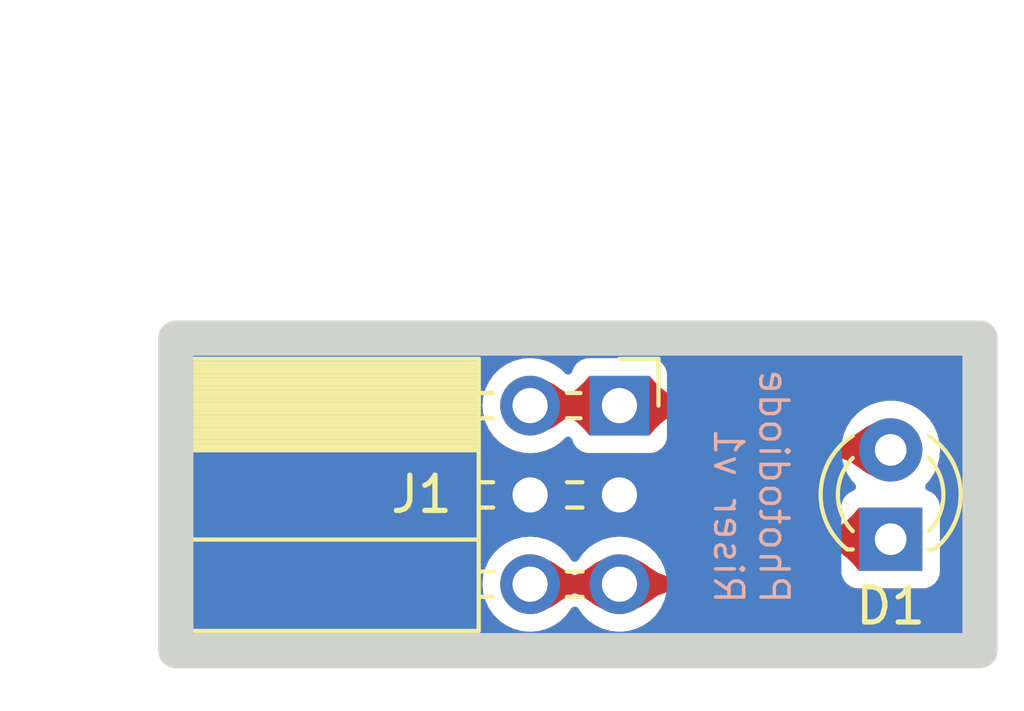
<source format=kicad_pcb>
(kicad_pcb (version 20221018) (generator pcbnew)
  (layers (0 "F.Cu" signal) (31 "B.Cu" signal) (34 "B.Paste" user) (35 "F.Paste" user) (36 "B.SilkS" user "B.Silkscreen") (37 "F.SilkS" user "F.Silkscreen") (38 "B.Mask" user) (39 "F.Mask" user) (44 "Edge.Cuts" user))
  (net 0 "")
  (net 1 "Net-(D1-K)")
  (net 2 "Net-(D1-A)")
  (net 3 "GND")
  (footprint "LED_THT:LED_D3.0mm_Clear" (layer "F.Cu") (at 102.87 79.38 90)
    (fp_text reference "D1" (at -1.9 0 180) (layer "F.SilkS"))
    (fp_text value "D_Photo")
    (fp_line (start -0.29 -1.236) (end -0.29 -1.08) (stroke (width 0.12)) (layer "F.SilkS"))
    (fp_line (start -0.29 1.08) (end -0.29 1.236) (stroke (width 0.12)) (layer "F.SilkS"))
    (fp_arc (start -0.29 -1.235516) (mid 1.366487 -1.987659) (end 2.942335 -1.078608) (stroke (width 0.12)) (layer "F.SilkS"))
    (fp_arc (start 0.229039 -1.08) (mid 1.270117 -1.5) (end 2.31113 -1.079837) (stroke (width 0.12)) (layer "F.SilkS"))
    (fp_arc (start 2.31113 1.079837) (mid 1.270117 1.5) (end 0.229039 1.08) (stroke (width 0.12)) (layer "F.SilkS"))
    (fp_arc (start 2.942335 1.078608) (mid 1.366487 1.987659) (end -0.29 1.235516) (stroke (width 0.12)) (layer "F.SilkS"))
    (pad "1" thru_hole rect (at 0 0 90) (size 1.8 1.8) (drill 0.9) (layers "*.Cu" "*.Mask") (net 1 "Net-(D1-K)"))
    (pad "2" thru_hole circle (at 2.54 0 90) (size 1.8 1.8) (drill 0.9) (layers "*.Cu" "*.Mask") (net 2 "Net-(D1-A)"))
  )
  (footprint "Connector_PinSocket_2.54mm:PinSocket_2x03_P2.54mm_Horizontal" (layer "F.Cu") (at 95.16 75.58)
    (fp_text reference "J1" (at -5.625 2.525) (layer "F.SilkS"))
    (fp_text value "Conn_02x03_Counter_Clockwise")
    (fp_line (start -12.63 -1.33) (end -12.63 6.41) (stroke (width 0.12)) (layer "F.SilkS"))
    (fp_line (start -12.63 -1.33) (end -4 -1.33) (stroke (width 0.12)) (layer "F.SilkS"))
    (fp_line (start -12.63 -1.21) (end -4 -1.21) (stroke (width 0.12)) (layer "F.SilkS"))
    (fp_line (start -12.63 -1.091905) (end -4 -1.091905) (stroke (width 0.12)) (layer "F.SilkS"))
    (fp_line (start -12.63 -0.97381) (end -4 -0.97381) (stroke (width 0.12)) (layer "F.SilkS"))
    (fp_line (start -12.63 -0.855715) (end -4 -0.855715) (stroke (width 0.12)) (layer "F.SilkS"))
    (fp_line (start -12.63 -0.73762) (end -4 -0.73762) (stroke (width 0.12)) (layer "F.SilkS"))
    (fp_line (start -12.63 -0.619525) (end -4 -0.619525) (stroke (width 0.12)) (layer "F.SilkS"))
    (fp_line (start -12.63 -0.50143) (end -4 -0.50143) (stroke (width 0.12)) (layer "F.SilkS"))
    (fp_line (start -12.63 -0.383335) (end -4 -0.383335) (stroke (width 0.12)) (layer "F.SilkS"))
    (fp_line (start -12.63 -0.26524) (end -4 -0.26524) (stroke (width 0.12)) (layer "F.SilkS"))
    (fp_line (start -12.63 -0.147145) (end -4 -0.147145) (stroke (width 0.12)) (layer "F.SilkS"))
    (fp_line (start -12.63 -0.02905) (end -4 -0.02905) (stroke (width 0.12)) (layer "F.SilkS"))
    (fp_line (start -12.63 0.089045) (end -4 0.089045) (stroke (width 0.12)) (layer "F.SilkS"))
    (fp_line (start -12.63 0.20714) (end -4 0.20714) (stroke (width 0.12)) (layer "F.SilkS"))
    (fp_line (start -12.63 0.325235) (end -4 0.325235) (stroke (width 0.12)) (layer "F.SilkS"))
    (fp_line (start -12.63 0.44333) (end -4 0.44333) (stroke (width 0.12)) (layer "F.SilkS"))
    (fp_line (start -12.63 0.561425) (end -4 0.561425) (stroke (width 0.12)) (layer "F.SilkS"))
    (fp_line (start -12.63 0.67952) (end -4 0.67952) (stroke (width 0.12)) (layer "F.SilkS"))
    (fp_line (start -12.63 0.797615) (end -4 0.797615) (stroke (width 0.12)) (layer "F.SilkS"))
    (fp_line (start -12.63 0.91571) (end -4 0.91571) (stroke (width 0.12)) (layer "F.SilkS"))
    (fp_line (start -12.63 1.033805) (end -4 1.033805) (stroke (width 0.12)) (layer "F.SilkS"))
    (fp_line (start -12.63 1.1519) (end -4 1.1519) (stroke (width 0.12)) (layer "F.SilkS"))
    (fp_line (start -12.63 1.27) (end -4 1.27) (stroke (width 0.12)) (layer "F.SilkS"))
    (fp_line (start -12.63 3.81) (end -4 3.81) (stroke (width 0.12)) (layer "F.SilkS"))
    (fp_line (start -12.63 6.41) (end -4 6.41) (stroke (width 0.12)) (layer "F.SilkS"))
    (fp_line (start -4 -1.33) (end -4 6.41) (stroke (width 0.12)) (layer "F.SilkS"))
    (fp_line (start -4 -0.36) (end -3.59 -0.36) (stroke (width 0.12)) (layer "F.SilkS"))
    (fp_line (start -4 0.36) (end -3.59 0.36) (stroke (width 0.12)) (layer "F.SilkS"))
    (fp_line (start -4 2.18) (end -3.59 2.18) (stroke (width 0.12)) (layer "F.SilkS"))
    (fp_line (start -4 2.9) (end -3.59 2.9) (stroke (width 0.12)) (layer "F.SilkS"))
    (fp_line (start -4 4.72) (end -3.59 4.72) (stroke (width 0.12)) (layer "F.SilkS"))
    (fp_line (start -4 5.44) (end -3.59 5.44) (stroke (width 0.12)) (layer "F.SilkS"))
    (fp_line (start -1.49 -0.36) (end -1.11 -0.36) (stroke (width 0.12)) (layer "F.SilkS"))
    (fp_line (start -1.49 0.36) (end -1.11 0.36) (stroke (width 0.12)) (layer "F.SilkS"))
    (fp_line (start -1.49 2.18) (end -1.05 2.18) (stroke (width 0.12)) (layer "F.SilkS"))
    (fp_line (start -1.49 2.9) (end -1.05 2.9) (stroke (width 0.12)) (layer "F.SilkS"))
    (fp_line (start -1.49 4.72) (end -1.05 4.72) (stroke (width 0.12)) (layer "F.SilkS"))
    (fp_line (start -1.49 5.44) (end -1.05 5.44) (stroke (width 0.12)) (layer "F.SilkS"))
    (fp_line (start 0 -1.33) (end 1.11 -1.33) (stroke (width 0.12)) (layer "F.SilkS"))
    (fp_line (start 1.11 -1.33) (end 1.11 0) (stroke (width 0.12)) (layer "F.SilkS"))
    (pad "1" thru_hole oval (at -2.54 0) (size 1.7 1.7) (drill 1) (layers "*.Cu" "*.Mask") (net 2 "Net-(D1-A)"))
    (pad "1" thru_hole rect (at 0 0) (size 1.7 1.7) (drill 1) (layers "*.Cu" "*.Mask") (net 2 "Net-(D1-A)"))
    (pad "2" thru_hole oval (at -2.54 2.54) (size 1.7 1.7) (drill 1) (layers "*.Cu" "*.Mask") (net 3 "GND"))
    (pad "2" thru_hole oval (at 0 2.54) (size 1.7 1.7) (drill 1) (layers "*.Cu" "*.Mask") (net 3 "GND"))
    (pad "3" thru_hole oval (at -2.54 5.08) (size 1.7 1.7) (drill 1) (layers "*.Cu" "*.Mask") (net 1 "Net-(D1-K)"))
    (pad "3" thru_hole oval (at 0 5.08) (size 1.7 1.7) (drill 1) (layers "*.Cu" "*.Mask") (net 1 "Net-(D1-K)"))
  )
  (gr_rect (start 82.55 73.66) (end 105.41 82.55) (stroke (width 1)) (fill none) (layer "Edge.Cuts"))
  (gr_text "Photodiode\nRiser v1" (at 97.79 81.28 -90) (layer "B.SilkS") (effects (font (size 0.8 0.8) (thickness 0.1)) (justify left bottom mirror)))
  (segment (start 95.16 80.66) (end 92.62 80.66) (width 0.4) (layer "F.Cu") (net 1))
  (segment (start 98.41 80.66) (end 95.16 80.66) (width 0.4) (layer "F.Cu") (net 1))
  (segment (start 99.69 79.38) (end 102.87 79.38) (width 0.4) (layer "F.Cu") (net 1))
  (segment (start 98.41 80.66) (end 99.69 79.38) (width 0.4) (layer "F.Cu") (net 1))
  (segment (start 95.16 75.58) (end 92.62 75.58) (width 0.4) (layer "F.Cu") (net 2))
  (segment (start 102.87 76.84) (end 99.7 76.84) (width 0.4) (layer "F.Cu") (net 2))
  (segment (start 99.7 76.84) (end 98.44 75.58) (width 0.4) (layer "F.Cu") (net 2))
  (segment (start 98.44 75.58) (end 95.16 75.58) (width 0.4) (layer "F.Cu") (net 2))
  (zone (net 3) (net_name "GND") (layers "F&B.Cu") (connect_pads yes (clearance 0.5)) (min_thickness 0.25) (fill yes (thermal_gap 0.5) (thermal_bridge_width 0.5))
    (polygon (pts (xy 81.915 73.025) (xy 106.045 73.025) (xy 106.045 83.185) (xy 81.915 83.185)))
  )
)
</source>
